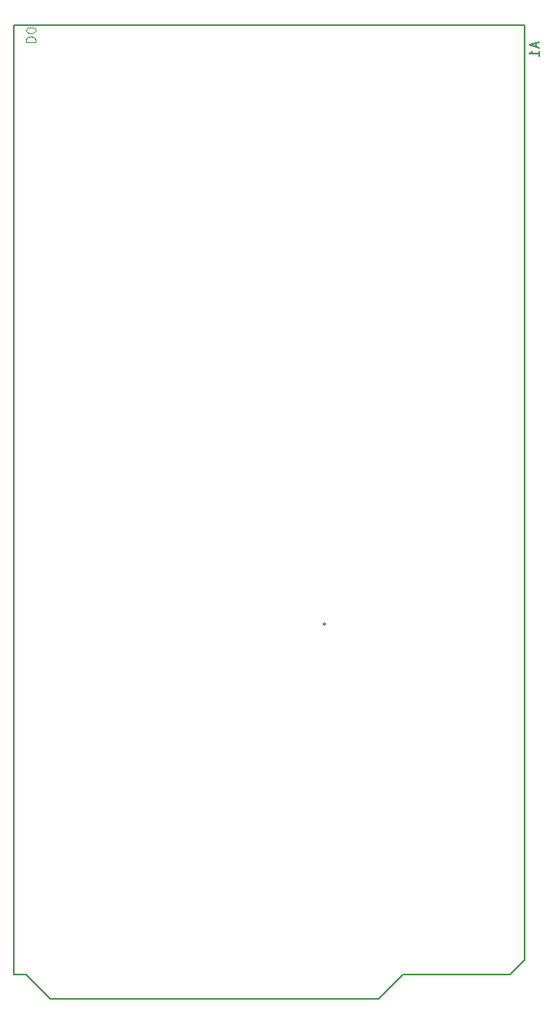
<source format=gbr>
%TF.GenerationSoftware,KiCad,Pcbnew,7.0.1*%
%TF.CreationDate,2023-08-28T22:07:01-05:00*%
%TF.ProjectId,Control v1,436f6e74-726f-46c2-9076-312e6b696361,0.1*%
%TF.SameCoordinates,Original*%
%TF.FileFunction,Legend,Bot*%
%TF.FilePolarity,Positive*%
%FSLAX46Y46*%
G04 Gerber Fmt 4.6, Leading zero omitted, Abs format (unit mm)*
G04 Created by KiCad (PCBNEW 7.0.1) date 2023-08-28 22:07:01*
%MOMM*%
%LPD*%
G01*
G04 APERTURE LIST*
%ADD10C,0.150000*%
%ADD11C,0.100000*%
%ADD12C,3.000000*%
%ADD13R,1.700000X1.700000*%
%ADD14O,1.700000X1.700000*%
%ADD15C,0.800000*%
%ADD16C,7.000000*%
%ADD17R,2.100000X2.100000*%
%ADD18C,2.100000*%
%ADD19C,3.048000*%
%ADD20C,3.200000*%
%ADD21O,1.727200X1.727200*%
%ADD22R,1.727200X1.727200*%
%ADD23C,4.000000*%
%ADD24R,1.600000X1.600000*%
%ADD25C,1.600000*%
%ADD26C,3.250000*%
%ADD27R,1.520000X1.520000*%
%ADD28C,1.520000*%
%ADD29R,1.350000X1.350000*%
%ADD30O,1.350000X1.350000*%
%ADD31R,2.200000X2.200000*%
%ADD32C,2.200000*%
G04 APERTURE END LIST*
D10*
%TO.C,A1*%
X162912904Y-52305714D02*
X162912904Y-52781904D01*
X163198619Y-52210476D02*
X162198619Y-52543809D01*
X162198619Y-52543809D02*
X163198619Y-52877142D01*
X163198619Y-53734285D02*
X163198619Y-53162857D01*
X163198619Y-53448571D02*
X162198619Y-53448571D01*
X162198619Y-53448571D02*
X162341476Y-53353333D01*
X162341476Y-53353333D02*
X162436714Y-53258095D01*
X162436714Y-53258095D02*
X162484333Y-53162857D01*
X140751380Y-112963999D02*
X140799000Y-112916380D01*
X140799000Y-112916380D02*
X140846619Y-112963999D01*
X140846619Y-112963999D02*
X140799000Y-113011618D01*
X140799000Y-113011618D02*
X140751380Y-112963999D01*
X140751380Y-112963999D02*
X140846619Y-112963999D01*
D11*
X109637380Y-52238094D02*
X110637380Y-52238094D01*
X110637380Y-52238094D02*
X110637380Y-51999999D01*
X110637380Y-51999999D02*
X110589761Y-51857142D01*
X110589761Y-51857142D02*
X110494523Y-51761904D01*
X110494523Y-51761904D02*
X110399285Y-51714285D01*
X110399285Y-51714285D02*
X110208809Y-51666666D01*
X110208809Y-51666666D02*
X110065952Y-51666666D01*
X110065952Y-51666666D02*
X109875476Y-51714285D01*
X109875476Y-51714285D02*
X109780238Y-51761904D01*
X109780238Y-51761904D02*
X109685000Y-51857142D01*
X109685000Y-51857142D02*
X109637380Y-51999999D01*
X109637380Y-51999999D02*
X109637380Y-52238094D01*
X110637380Y-51047618D02*
X110637380Y-50952380D01*
X110637380Y-50952380D02*
X110589761Y-50857142D01*
X110589761Y-50857142D02*
X110542142Y-50809523D01*
X110542142Y-50809523D02*
X110446904Y-50761904D01*
X110446904Y-50761904D02*
X110256428Y-50714285D01*
X110256428Y-50714285D02*
X110018333Y-50714285D01*
X110018333Y-50714285D02*
X109827857Y-50761904D01*
X109827857Y-50761904D02*
X109732619Y-50809523D01*
X109732619Y-50809523D02*
X109685000Y-50857142D01*
X109685000Y-50857142D02*
X109637380Y-50952380D01*
X109637380Y-50952380D02*
X109637380Y-51047618D01*
X109637380Y-51047618D02*
X109685000Y-51142856D01*
X109685000Y-51142856D02*
X109732619Y-51190475D01*
X109732619Y-51190475D02*
X109827857Y-51238094D01*
X109827857Y-51238094D02*
X110018333Y-51285713D01*
X110018333Y-51285713D02*
X110256428Y-51285713D01*
X110256428Y-51285713D02*
X110446904Y-51238094D01*
X110446904Y-51238094D02*
X110542142Y-51190475D01*
X110542142Y-51190475D02*
X110589761Y-51142856D01*
X110589761Y-51142856D02*
X110637380Y-51047618D01*
D10*
X161720000Y-50480000D02*
X108380000Y-50480000D01*
X161720000Y-50480000D02*
X161720000Y-148016000D01*
X108380000Y-50480000D02*
X108380000Y-149540000D01*
X161720000Y-148016000D02*
X160196000Y-149540000D01*
X149020000Y-149540000D02*
X160196000Y-149540000D01*
X109650000Y-149540000D02*
X112190000Y-152080000D01*
X108380000Y-149540000D02*
X109650000Y-149540000D01*
X146480000Y-152080000D02*
X149020000Y-149540000D01*
X112190000Y-152080000D02*
X146480000Y-152080000D01*
%TD*%
%LPC*%
D12*
%TO.C,TP18*%
X63500000Y-188000000D03*
%TD*%
%TO.C,SPI_SCK1*%
X79000000Y-142500000D03*
%TD*%
D13*
%TO.C,J5*%
X105000000Y-101000000D03*
D14*
X105000000Y-103540000D03*
X105000000Y-106080000D03*
X105000000Y-108620000D03*
X105000000Y-111160000D03*
X105000000Y-113700000D03*
X105000000Y-116240000D03*
X105000000Y-118780000D03*
%TD*%
D12*
%TO.C,D_PSU_RX1*%
X166000000Y-141300000D03*
%TD*%
D15*
%TO.C,ISO4*%
X182375000Y-220000000D03*
X183143845Y-218143845D03*
X183143845Y-221856155D03*
X185000000Y-217375000D03*
D16*
X185000000Y-220000000D03*
D15*
X185000000Y-222625000D03*
X186856155Y-218143845D03*
X186856155Y-221856155D03*
X187625000Y-220000000D03*
%TD*%
D12*
%TO.C,TP12*%
X58000000Y-149000000D03*
%TD*%
D13*
%TO.C,J24*%
X53380000Y-157000000D03*
D14*
X55920000Y-157000000D03*
X58460000Y-157000000D03*
X61000000Y-157000000D03*
%TD*%
D12*
%TO.C,TP6*%
X141000000Y-188950000D03*
%TD*%
D13*
%TO.C,J6*%
X165940000Y-113780000D03*
D14*
X165940000Y-111240000D03*
X165940000Y-108700000D03*
X165940000Y-106160000D03*
X165940000Y-103620000D03*
X165940000Y-101080000D03*
X165940000Y-98540000D03*
X165940000Y-96000000D03*
%TD*%
D13*
%TO.C,J4*%
X105000000Y-124000000D03*
D14*
X105000000Y-126540000D03*
X105000000Y-129080000D03*
X105000000Y-131620000D03*
X105000000Y-134160000D03*
X105000000Y-136700000D03*
X105000000Y-139240000D03*
X105000000Y-141780000D03*
%TD*%
D15*
%TO.C,ISO5*%
X182375000Y-130000000D03*
X183143845Y-128143845D03*
X183143845Y-131856155D03*
X185000000Y-127375000D03*
D16*
X185000000Y-130000000D03*
D15*
X185000000Y-132625000D03*
X186856155Y-128143845D03*
X186856155Y-131856155D03*
X187625000Y-130000000D03*
%TD*%
D13*
%TO.C,J17*%
X75000000Y-107000000D03*
D14*
X75000000Y-104460000D03*
X75000000Y-101920000D03*
X75000000Y-99380000D03*
X75000000Y-96840000D03*
%TD*%
D15*
%TO.C,H5*%
X169375000Y-130000000D03*
X170143845Y-128143845D03*
X170143845Y-131856155D03*
X172000000Y-127375000D03*
D16*
X172000000Y-130000000D03*
D15*
X172000000Y-132625000D03*
X173856155Y-128143845D03*
X173856155Y-131856155D03*
X174625000Y-130000000D03*
%TD*%
D12*
%TO.C,TP11*%
X53000000Y-120500000D03*
%TD*%
D13*
%TO.C,J8*%
X159000000Y-158000000D03*
D14*
X159000000Y-155460000D03*
X156460000Y-158000000D03*
X156460000Y-155460000D03*
X153920000Y-158000000D03*
X153920000Y-155460000D03*
X151380000Y-158000000D03*
X151380000Y-155460000D03*
X148840000Y-158000000D03*
X148840000Y-155460000D03*
X146300000Y-158000000D03*
X146300000Y-155460000D03*
X143760000Y-158000000D03*
X143760000Y-155460000D03*
X141220000Y-158000000D03*
X141220000Y-155460000D03*
X138680000Y-158000000D03*
X138680000Y-155460000D03*
X136140000Y-158000000D03*
X136140000Y-155460000D03*
X133600000Y-158000000D03*
X133600000Y-155460000D03*
X131060000Y-158000000D03*
X131060000Y-155460000D03*
X128520000Y-158000000D03*
X128520000Y-155460000D03*
X125980000Y-158000000D03*
X125980000Y-155460000D03*
X123440000Y-158000000D03*
X123440000Y-155460000D03*
X120900000Y-158000000D03*
X120900000Y-155460000D03*
X118360000Y-158000000D03*
X118360000Y-155460000D03*
X115820000Y-158000000D03*
X115820000Y-155460000D03*
%TD*%
D17*
%TO.C,J13*%
X80000000Y-55000000D03*
D18*
X82540000Y-55000000D03*
%TD*%
D12*
%TO.C,D_PSU_TX1*%
X171250000Y-141250000D03*
%TD*%
D13*
%TO.C,J14*%
X185250000Y-184380000D03*
D14*
X185250000Y-181840000D03*
X185250000Y-179300000D03*
X185250000Y-176760000D03*
X185250000Y-174220000D03*
X185250000Y-171680000D03*
X185250000Y-169140000D03*
X185250000Y-166600000D03*
X185250000Y-164060000D03*
X185250000Y-161520000D03*
%TD*%
D15*
%TO.C,H2*%
X52375000Y-205000000D03*
X53143845Y-203143845D03*
X53143845Y-206856155D03*
X55000000Y-202375000D03*
D16*
X55000000Y-205000000D03*
D15*
X55000000Y-207625000D03*
X56856155Y-203143845D03*
X56856155Y-206856155D03*
X57625000Y-205000000D03*
%TD*%
D13*
%TO.C,JP10*%
X127725000Y-193950000D03*
D14*
X125185000Y-193950000D03*
X122645000Y-193950000D03*
X120105000Y-193950000D03*
X117565000Y-193950000D03*
X115025000Y-193950000D03*
X112485000Y-193950000D03*
X109945000Y-193950000D03*
D19*
X126455000Y-210460000D03*
X111215000Y-210460000D03*
%TD*%
D12*
%TO.C,SCL1*%
X147500000Y-164000000D03*
%TD*%
D15*
%TO.C,H3*%
X169375000Y-55000000D03*
X170143845Y-53143845D03*
X170143845Y-56856155D03*
X172000000Y-52375000D03*
D16*
X172000000Y-55000000D03*
D15*
X172000000Y-57625000D03*
X173856155Y-53143845D03*
X173856155Y-56856155D03*
X174625000Y-55000000D03*
%TD*%
D13*
%TO.C,J19*%
X79500000Y-97660000D03*
D14*
X79500000Y-95120000D03*
X79500000Y-92580000D03*
X79500000Y-90040000D03*
X79500000Y-87500000D03*
X79500000Y-84960000D03*
X79500000Y-82420000D03*
%TD*%
D20*
%TO.C,A1*%
X110920000Y-64450000D03*
X159180000Y-65720000D03*
D21*
X110920000Y-78420000D03*
D20*
X143940000Y-116520000D03*
X116000000Y-116520000D03*
X159180000Y-140650000D03*
X110920000Y-147000000D03*
D21*
X110920000Y-86040000D03*
X110920000Y-88580000D03*
X138860000Y-116647000D03*
X159180000Y-144460000D03*
X159180000Y-147000000D03*
X110920000Y-101280000D03*
X110920000Y-103820000D03*
X110920000Y-106360000D03*
X110920000Y-108900000D03*
X110920000Y-111440000D03*
X110920000Y-113980000D03*
X110920000Y-116520000D03*
X110920000Y-119060000D03*
X110920000Y-124140000D03*
X110920000Y-126680000D03*
X110920000Y-129220000D03*
X110920000Y-131760000D03*
X159180000Y-74356000D03*
X110920000Y-139380000D03*
X110920000Y-141920000D03*
X159180000Y-113980000D03*
X159180000Y-111440000D03*
X159180000Y-108900000D03*
X159180000Y-106360000D03*
X159180000Y-103820000D03*
X159180000Y-101280000D03*
X159180000Y-98740000D03*
X159180000Y-96200000D03*
X159180000Y-92136000D03*
X159180000Y-89596000D03*
X159180000Y-87056000D03*
X159180000Y-84516000D03*
X159180000Y-81976000D03*
X159180000Y-79436000D03*
X159180000Y-119060000D03*
X159180000Y-121600000D03*
X159180000Y-124140000D03*
X159180000Y-126680000D03*
X159180000Y-129220000D03*
X159180000Y-131760000D03*
X159180000Y-134300000D03*
X159180000Y-136840000D03*
X156640000Y-144460000D03*
X156640000Y-147000000D03*
X154100000Y-144460000D03*
X154100000Y-147000000D03*
X151560000Y-144460000D03*
X151560000Y-147000000D03*
X149020000Y-144460000D03*
X149020000Y-147000000D03*
X146480000Y-144460000D03*
X146480000Y-147000000D03*
X143940000Y-144460000D03*
X143940000Y-147000000D03*
X141400000Y-144460000D03*
X141400000Y-147000000D03*
X138860000Y-144460000D03*
X138860000Y-147000000D03*
X136320000Y-144460000D03*
X136320000Y-147000000D03*
X133780000Y-144460000D03*
X133780000Y-147000000D03*
X131240000Y-144460000D03*
X131240000Y-147000000D03*
X128700000Y-144460000D03*
X128700000Y-147000000D03*
X126160000Y-144460000D03*
X126160000Y-147000000D03*
X123620000Y-144460000D03*
X123620000Y-147000000D03*
X121080000Y-144460000D03*
X121080000Y-147000000D03*
X118540000Y-144460000D03*
X118540000Y-147000000D03*
X110920000Y-134300000D03*
X110920000Y-136840000D03*
D22*
X159180000Y-76896000D03*
X110920000Y-91120000D03*
X110920000Y-93660000D03*
X133780000Y-116647000D03*
X116000000Y-144460000D03*
X116000000Y-147000000D03*
D21*
X110920000Y-80960000D03*
X138860000Y-114107000D03*
X136320000Y-116647000D03*
X110920000Y-83500000D03*
X133780000Y-114107000D03*
X136320000Y-114107000D03*
X159180000Y-69276000D03*
X159180000Y-71816000D03*
X110920000Y-96200000D03*
%TD*%
D12*
%TO.C,TP14*%
X53000000Y-127000000D03*
%TD*%
D13*
%TO.C,J22*%
X66000000Y-149000000D03*
D14*
X66000000Y-151540000D03*
%TD*%
D12*
%TO.C,COPI1*%
X78500000Y-137000000D03*
%TD*%
D13*
%TO.C,J18*%
X64000000Y-65000000D03*
D14*
X64000000Y-67540000D03*
X64000000Y-70080000D03*
X64000000Y-72620000D03*
%TD*%
D13*
%TO.C,JP15*%
X100280000Y-193950000D03*
D14*
X97740000Y-193950000D03*
X95200000Y-193950000D03*
X92660000Y-193950000D03*
X90120000Y-193950000D03*
X87580000Y-193950000D03*
X85040000Y-193950000D03*
X82500000Y-193950000D03*
D19*
X99010000Y-210460000D03*
X83770000Y-210460000D03*
%TD*%
D12*
%TO.C,TP16*%
X63000000Y-127000000D03*
%TD*%
%TO.C,TP7*%
X114500000Y-188950000D03*
%TD*%
%TO.C,TP13*%
X53000000Y-149000000D03*
%TD*%
%TO.C,TP9*%
X163000000Y-211450000D03*
%TD*%
%TO.C,TP4*%
X60500000Y-60000000D03*
%TD*%
%TO.C,SDA1*%
X158000000Y-164500000D03*
%TD*%
D15*
%TO.C,ISO2*%
X52375000Y-220000000D03*
X53143845Y-218143845D03*
X53143845Y-221856155D03*
X55000000Y-217375000D03*
D16*
X55000000Y-220000000D03*
D15*
X55000000Y-222625000D03*
X56856155Y-218143845D03*
X56856155Y-221856155D03*
X57625000Y-220000000D03*
%TD*%
D23*
%TO.C,J1*%
X56325763Y-163294000D03*
X56325763Y-188294000D03*
D24*
X56625763Y-181334000D03*
D25*
X56625763Y-178564000D03*
X56625763Y-175794000D03*
X56625763Y-173024000D03*
X56625763Y-170254000D03*
X53785763Y-179949000D03*
X53785763Y-177179000D03*
X53785763Y-174409000D03*
X53785763Y-171639000D03*
%TD*%
D12*
%TO.C,TP5*%
X163000000Y-217350000D03*
%TD*%
D26*
%TO.C,J21*%
X52110000Y-133090000D03*
X52110000Y-143250000D03*
D27*
X61000000Y-135000000D03*
D28*
X58460000Y-136270000D03*
X61000000Y-137540000D03*
X58460000Y-138810000D03*
X61000000Y-140080000D03*
X58460000Y-141350000D03*
%TD*%
D13*
%TO.C,JP20*%
X128820000Y-198744000D03*
D14*
X126280000Y-198744000D03*
X123740000Y-198744000D03*
X121200000Y-198744000D03*
X118660000Y-198744000D03*
X116120000Y-198744000D03*
X113580000Y-198744000D03*
X111040000Y-198744000D03*
X108500000Y-198744000D03*
D19*
X128185000Y-213933200D03*
X109135000Y-213933200D03*
%TD*%
D15*
%TO.C,H1*%
X52375000Y-55000000D03*
X53143845Y-53143845D03*
X53143845Y-56856155D03*
X55000000Y-52375000D03*
D16*
X55000000Y-55000000D03*
D15*
X55000000Y-57625000D03*
X56856155Y-53143845D03*
X56856155Y-56856155D03*
X57625000Y-55000000D03*
%TD*%
D13*
%TO.C,J3*%
X105000000Y-95500000D03*
D14*
X105000000Y-92960000D03*
X105000000Y-90420000D03*
X105000000Y-87880000D03*
X105000000Y-85340000D03*
X105000000Y-82800000D03*
X105000000Y-80260000D03*
X105000000Y-77720000D03*
%TD*%
D12*
%TO.C,TP17*%
X63000000Y-163000000D03*
%TD*%
D17*
%TO.C,J25*%
X183500000Y-190000000D03*
D18*
X183500000Y-192540000D03*
%TD*%
D12*
%TO.C,CIPO1*%
X78000000Y-157000000D03*
%TD*%
D29*
%TO.C,J10*%
X181400000Y-184170000D03*
D30*
X179400000Y-184170000D03*
X181400000Y-182170000D03*
X179400000Y-182170000D03*
X181400000Y-180170000D03*
X179400000Y-180170000D03*
X181400000Y-178170000D03*
X179400000Y-178170000D03*
X181400000Y-176170000D03*
X179400000Y-176170000D03*
X181400000Y-174170000D03*
X179400000Y-174170000D03*
X181400000Y-172170000D03*
X179400000Y-172170000D03*
X181400000Y-170170000D03*
X179400000Y-170170000D03*
X181400000Y-168170000D03*
X179400000Y-168170000D03*
X181400000Y-166170000D03*
X179400000Y-166170000D03*
X181400000Y-164170000D03*
X179400000Y-164170000D03*
X181400000Y-162170000D03*
X179400000Y-162170000D03*
%TD*%
D13*
%TO.C,J2*%
X165940000Y-118880000D03*
D14*
X165940000Y-121420000D03*
X165940000Y-123960000D03*
X165940000Y-126500000D03*
X165940000Y-129040000D03*
X165940000Y-131580000D03*
X165940000Y-134120000D03*
X165940000Y-136660000D03*
%TD*%
D13*
%TO.C,JP9*%
X155000000Y-193950000D03*
D14*
X152460000Y-193950000D03*
X149920000Y-193950000D03*
X147380000Y-193950000D03*
X144840000Y-193950000D03*
X142300000Y-193950000D03*
X139760000Y-193950000D03*
X137220000Y-193950000D03*
D19*
X153730000Y-210460000D03*
X138490000Y-210460000D03*
%TD*%
D13*
%TO.C,J16*%
X69190000Y-94620000D03*
D14*
X69190000Y-92080000D03*
X69190000Y-89540000D03*
X69190000Y-87000000D03*
%TD*%
D13*
%TO.C,JP16*%
X152460000Y-202712000D03*
D14*
X149920000Y-202712000D03*
X147380000Y-202712000D03*
X144840000Y-202712000D03*
X142300000Y-202712000D03*
X139760000Y-202712000D03*
D19*
X153730000Y-221000000D03*
X138490000Y-221000000D03*
%TD*%
D12*
%TO.C,TP15*%
X58000000Y-127000000D03*
%TD*%
D17*
%TO.C,J11*%
X101730000Y-55000000D03*
D18*
X104270000Y-55000000D03*
%TD*%
D15*
%TO.C,ISO1*%
X52250000Y-40000000D03*
X53018845Y-38143845D03*
X53018845Y-41856155D03*
X54875000Y-37375000D03*
D16*
X54875000Y-40000000D03*
D15*
X54875000Y-42625000D03*
X56731155Y-38143845D03*
X56731155Y-41856155D03*
X57500000Y-40000000D03*
%TD*%
D13*
%TO.C,J23*%
X66460000Y-156000000D03*
D14*
X69000000Y-156000000D03*
%TD*%
D13*
%TO.C,J20*%
X70000000Y-125000000D03*
D14*
X70000000Y-122460000D03*
X70000000Y-119920000D03*
X70000000Y-117380000D03*
%TD*%
D13*
%TO.C,JP17*%
X125185000Y-202712000D03*
D14*
X122645000Y-202712000D03*
X120105000Y-202712000D03*
X117565000Y-202712000D03*
X115025000Y-202712000D03*
X112485000Y-202712000D03*
D19*
X126455000Y-221000000D03*
X111215000Y-221000000D03*
%TD*%
D13*
%TO.C,JP18*%
X97740000Y-202712000D03*
D14*
X95200000Y-202712000D03*
X92660000Y-202712000D03*
X90120000Y-202712000D03*
X87580000Y-202712000D03*
X85040000Y-202712000D03*
D19*
X99010000Y-221000000D03*
X83770000Y-221000000D03*
%TD*%
D12*
%TO.C,TP10*%
X163000000Y-205750000D03*
%TD*%
D13*
%TO.C,JP19*%
X156095000Y-198744000D03*
D14*
X153555000Y-198744000D03*
X151015000Y-198744000D03*
X148475000Y-198744000D03*
X145935000Y-198744000D03*
X143395000Y-198744000D03*
X140855000Y-198744000D03*
X138315000Y-198744000D03*
X135775000Y-198744000D03*
D19*
X155460000Y-213933200D03*
X136410000Y-213933200D03*
%TD*%
D12*
%TO.C,TP8*%
X86000000Y-188950000D03*
%TD*%
D13*
%TO.C,J7*%
X165900000Y-92200000D03*
D14*
X165900000Y-89660000D03*
X165900000Y-87120000D03*
X165900000Y-84580000D03*
X165900000Y-82040000D03*
X165900000Y-79500000D03*
X165900000Y-76960000D03*
X165900000Y-74420000D03*
X165900000Y-71880000D03*
X165900000Y-69340000D03*
%TD*%
D13*
%TO.C,J9*%
X175500000Y-184380000D03*
D14*
X175500000Y-181840000D03*
X175500000Y-179300000D03*
X175500000Y-176760000D03*
X175500000Y-174220000D03*
X175500000Y-171680000D03*
X175500000Y-169140000D03*
X175500000Y-166600000D03*
X175500000Y-164060000D03*
X175500000Y-161520000D03*
%TD*%
D31*
%TO.C,S1*%
X88750000Y-52750000D03*
D32*
X95250000Y-52750000D03*
X88750000Y-57250000D03*
X95250000Y-57250000D03*
%TD*%
D12*
%TO.C,TP19*%
X68500000Y-163000000D03*
%TD*%
D15*
%TO.C,H4*%
X169375000Y-205000000D03*
X170143845Y-203143845D03*
X170143845Y-206856155D03*
X172000000Y-202375000D03*
D16*
X172000000Y-205000000D03*
D15*
X172000000Y-207625000D03*
X173856155Y-203143845D03*
X173856155Y-206856155D03*
X174625000Y-205000000D03*
%TD*%
D23*
%TO.C,J15*%
X56325763Y-66194000D03*
X56325763Y-113294000D03*
D24*
X56625763Y-106364000D03*
D25*
X56625763Y-103594000D03*
X56625763Y-100824000D03*
X56625763Y-98054000D03*
X56625763Y-95284000D03*
X56625763Y-92514000D03*
X56625763Y-89744000D03*
X56625763Y-86974000D03*
X56625763Y-84204000D03*
X56625763Y-81434000D03*
X56625763Y-78664000D03*
X56625763Y-75894000D03*
X56625763Y-73124000D03*
X53785763Y-104979000D03*
X53785763Y-102209000D03*
X53785763Y-99439000D03*
X53785763Y-96669000D03*
X53785763Y-93899000D03*
X53785763Y-91129000D03*
X53785763Y-88359000D03*
X53785763Y-85589000D03*
X53785763Y-82819000D03*
X53785763Y-80049000D03*
X53785763Y-77279000D03*
X53785763Y-74509000D03*
%TD*%
D12*
%TO.C,TPSwitched_Fan_Power1*%
X58000000Y-120500000D03*
%TD*%
D13*
%TO.C,JP21*%
X101375000Y-198744000D03*
D14*
X98835000Y-198744000D03*
X96295000Y-198744000D03*
X93755000Y-198744000D03*
X91215000Y-198744000D03*
X88675000Y-198744000D03*
X86135000Y-198744000D03*
X83595000Y-198744000D03*
X81055000Y-198744000D03*
D19*
X100740000Y-213933200D03*
X81690000Y-213933200D03*
%TD*%
D12*
%TO.C,VIN1*%
X97500000Y-65000000D03*
%TD*%
%TO.C,TP3*%
X103000000Y-65000000D03*
%TD*%
D17*
%TO.C,J12*%
X70230000Y-55000000D03*
D18*
X72770000Y-55000000D03*
%TD*%
D12*
%TO.C,TP1*%
X55000000Y-196750000D03*
%TD*%
D15*
%TO.C,ISO3*%
X182375000Y-40000000D03*
X183143845Y-38143845D03*
X183143845Y-41856155D03*
X185000000Y-37375000D03*
D16*
X185000000Y-40000000D03*
D15*
X185000000Y-42625000D03*
X186856155Y-38143845D03*
X186856155Y-41856155D03*
X187625000Y-40000000D03*
%TD*%
M02*

</source>
